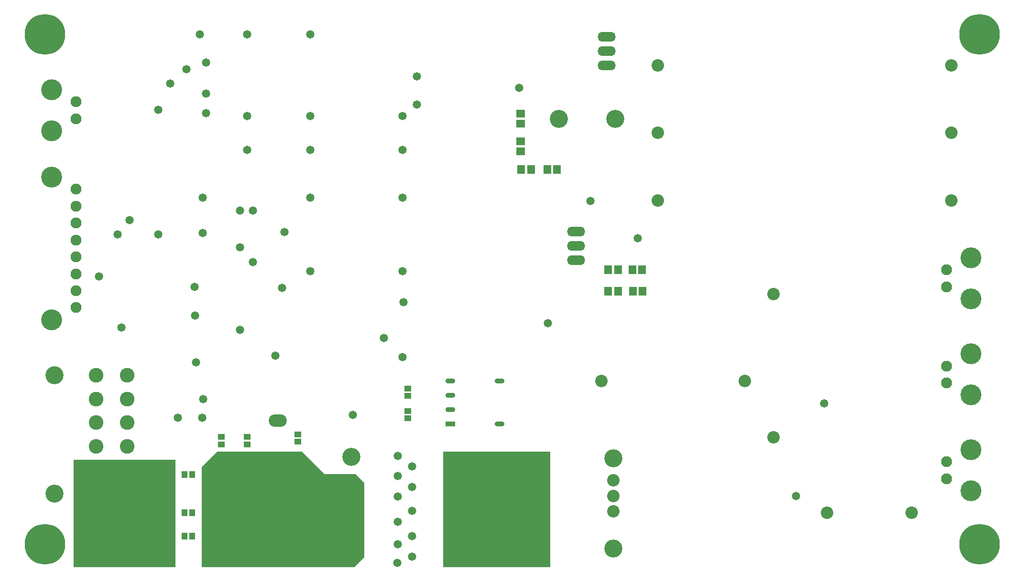
<source format=gbr>
%TF.GenerationSoftware,Altium Limited,Altium Designer,18.1.9 (240)*%
G04 Layer_Color=16711935*
%FSLAX26Y26*%
%MOIN*%
%TF.FileFunction,Soldermask,Bot*%
%TF.Part,Single*%
G01*
G75*
%TA.AperFunction,SMDPad,CuDef*%
%ADD50R,0.061150X0.053276*%
%ADD51R,0.053276X0.061150*%
%ADD52O,0.069024X0.033591*%
%ADD53R,0.069024X0.033591*%
%ADD54R,0.047370X0.043433*%
%ADD55R,0.043433X0.047370*%
%ADD56R,0.045402X0.041465*%
%TA.AperFunction,ComponentPad*%
%ADD57C,0.126110*%
%ADD58C,0.102488*%
%TA.AperFunction,ViaPad*%
%ADD59C,0.283591*%
%TA.AperFunction,ComponentPad*%
%ADD60C,0.076898*%
%ADD61C,0.145795*%
%ADD62C,0.086740*%
%ADD63O,0.126110X0.067055*%
%ADD64O,0.126110X0.086740*%
%TA.AperFunction,ViaPad*%
%ADD65C,0.058000*%
G36*
X866142Y787402D02*
X1107013D01*
Y39370D01*
X396360D01*
Y787402D01*
X866142Y787402D01*
D02*
G37*
G36*
X2066929Y767716D02*
X2145669Y688976D01*
X2362205Y688976D01*
X2421260Y629921D01*
Y108267D01*
X2352363Y39370D01*
X1289496Y39370D01*
X1289496Y738315D01*
X1397638Y846457D01*
X1988189D01*
X2066929Y767716D01*
D02*
G37*
G36*
X3718110Y39370D02*
X2972441D01*
X2972441Y845637D01*
X3718110D01*
X3718110Y39370D01*
D02*
G37*
D50*
X3512765Y3203740D02*
D03*
Y3134843D02*
D03*
Y3011811D02*
D03*
Y2942913D02*
D03*
D51*
X3515718Y2814961D02*
D03*
X3584615D02*
D03*
X4124016Y2115394D02*
D03*
X4192913D02*
D03*
X4190941Y1963584D02*
D03*
X4122043D02*
D03*
X4363185D02*
D03*
X4294288D02*
D03*
X4291338Y2114768D02*
D03*
X4360236D02*
D03*
X3697599Y2814962D02*
D03*
X3766496D02*
D03*
D52*
X3366142Y1338583D02*
D03*
Y1038583D02*
D03*
X3023622Y1338583D02*
D03*
Y1238583D02*
D03*
Y1138583D02*
D03*
D53*
Y1038583D02*
D03*
D54*
X1958504Y913385D02*
D03*
Y966535D02*
D03*
X1606299Y894684D02*
D03*
Y947834D02*
D03*
X1425197Y894684D02*
D03*
Y947834D02*
D03*
D55*
X1223546Y253618D02*
D03*
X1170397D02*
D03*
X1170394Y683829D02*
D03*
X1223543D02*
D03*
Y417763D02*
D03*
X1170394D02*
D03*
D56*
X2725333Y1234252D02*
D03*
Y1285433D02*
D03*
X2725333Y1076772D02*
D03*
Y1127953D02*
D03*
D57*
X263779Y551181D02*
D03*
Y1377953D02*
D03*
X2332677Y807087D02*
D03*
Y590551D02*
D03*
Y374016D02*
D03*
Y157480D02*
D03*
X4158661Y797244D02*
D03*
Y167323D02*
D03*
X3779528Y3169291D02*
D03*
X4173228D02*
D03*
D58*
X767716Y1047244D02*
D03*
Y881890D02*
D03*
Y716535D02*
D03*
Y551181D02*
D03*
Y1212598D02*
D03*
X551181D02*
D03*
Y1047244D02*
D03*
Y881890D02*
D03*
Y716535D02*
D03*
Y551181D02*
D03*
Y1377953D02*
D03*
X767716D02*
D03*
D59*
X194390Y3759843D02*
D03*
Y196850D02*
D03*
X6712598Y3759843D02*
D03*
Y196850D02*
D03*
D60*
X413386Y1850394D02*
D03*
Y1968504D02*
D03*
Y2086614D02*
D03*
Y2204724D02*
D03*
Y2322835D02*
D03*
Y2440945D02*
D03*
Y2559055D02*
D03*
Y2677165D02*
D03*
Y3169291D02*
D03*
Y3287402D02*
D03*
X6483465Y2114768D02*
D03*
Y1996658D02*
D03*
Y1442913D02*
D03*
Y1324803D02*
D03*
Y773622D02*
D03*
Y655512D02*
D03*
D61*
X243307Y2761811D02*
D03*
Y1765748D02*
D03*
Y3372047D02*
D03*
Y3084646D02*
D03*
X6653543Y1912012D02*
D03*
Y2199413D02*
D03*
Y1240158D02*
D03*
Y1527559D02*
D03*
Y570866D02*
D03*
Y858268D02*
D03*
D62*
X5275591Y944882D02*
D03*
Y1944882D02*
D03*
X4074803Y1338583D02*
D03*
X5074803D02*
D03*
X5649606Y419291D02*
D03*
X6240158D02*
D03*
X4468504Y3543307D02*
D03*
X6515748D02*
D03*
Y3070866D02*
D03*
X4468504D02*
D03*
Y2598425D02*
D03*
X6515748D02*
D03*
X4158661Y644882D02*
D03*
Y536614D02*
D03*
Y427953D02*
D03*
D63*
X3897638Y2380394D02*
D03*
Y2280394D02*
D03*
Y2180394D02*
D03*
X4114173Y3541732D02*
D03*
Y3641732D02*
D03*
Y3741732D02*
D03*
D64*
X1820709Y1062992D02*
D03*
Y767716D02*
D03*
D65*
X3503937Y3386220D02*
D03*
X5431102Y536614D02*
D03*
X5629921Y1181102D02*
D03*
X4000391Y2595925D02*
D03*
X4330709Y2334291D02*
D03*
X1243701Y1796575D02*
D03*
X1555118Y2527303D02*
D03*
Y2270315D02*
D03*
X1645669Y2169291D02*
D03*
Y2527303D02*
D03*
X1274331Y3757874D02*
D03*
X1181102Y3515256D02*
D03*
X3702364Y1742894D02*
D03*
X728346Y1712598D02*
D03*
X1239173Y1994862D02*
D03*
X1250118Y1467165D02*
D03*
X787400Y2460625D02*
D03*
X3641732Y112391D02*
D03*
Y255323D02*
D03*
Y432488D02*
D03*
Y598570D02*
D03*
Y739485D02*
D03*
X3523622Y740068D02*
D03*
Y599153D02*
D03*
Y433071D02*
D03*
Y255905D02*
D03*
Y112974D02*
D03*
X3405512Y739485D02*
D03*
Y598570D02*
D03*
Y432488D02*
D03*
Y255323D02*
D03*
Y112391D02*
D03*
X3287402Y740068D02*
D03*
Y599153D02*
D03*
Y433071D02*
D03*
Y255905D02*
D03*
Y112974D02*
D03*
X3139764Y112391D02*
D03*
Y255323D02*
D03*
Y432488D02*
D03*
Y598570D02*
D03*
Y739485D02*
D03*
X3031496Y112974D02*
D03*
Y255905D02*
D03*
Y433071D02*
D03*
Y599153D02*
D03*
Y740068D02*
D03*
X702559Y2362205D02*
D03*
X984252Y3232284D02*
D03*
X1659724Y450469D02*
D03*
X1812205D02*
D03*
X1379134Y716535D02*
D03*
X1511659D02*
D03*
X1379134Y361516D02*
D03*
X1511659D02*
D03*
X2066929Y79685D02*
D03*
X2214488D02*
D03*
X2066929Y266118D02*
D03*
X2214488D02*
D03*
X2066929Y452756D02*
D03*
X2214488D02*
D03*
X1958504Y532856D02*
D03*
X1959493Y450469D02*
D03*
X1811777Y361516D02*
D03*
X1959414D02*
D03*
X1659296D02*
D03*
X1659567Y177165D02*
D03*
X1959685D02*
D03*
X1812047D02*
D03*
Y79685D02*
D03*
X1959685D02*
D03*
X1659567D02*
D03*
X1511659Y266118D02*
D03*
X1659296D02*
D03*
X1379134D02*
D03*
X1812205D02*
D03*
X1959764D02*
D03*
X1379055Y79685D02*
D03*
X1511580D02*
D03*
Y177165D02*
D03*
X1379055D02*
D03*
X1606299Y2952756D02*
D03*
X2690256Y2618110D02*
D03*
X2047244D02*
D03*
X1606299Y3188976D02*
D03*
X2047244Y3759843D02*
D03*
X1606299D02*
D03*
X2047244Y3188976D02*
D03*
X1299213Y1212598D02*
D03*
X1068116Y3416093D02*
D03*
X1317638Y3208661D02*
D03*
X1866007Y2378780D02*
D03*
X2559055Y1639764D02*
D03*
X1850394Y1988189D02*
D03*
X570866Y2066928D02*
D03*
X2789370Y3463779D02*
D03*
Y3267716D02*
D03*
X1319134Y3562756D02*
D03*
Y3344646D02*
D03*
X452677Y177165D02*
D03*
X585202D02*
D03*
Y79685D02*
D03*
X452677D02*
D03*
X585281Y374016D02*
D03*
X732918D02*
D03*
X885827D02*
D03*
X905512Y719617D02*
D03*
X1033386Y374016D02*
D03*
Y266118D02*
D03*
X885827D02*
D03*
X452756D02*
D03*
X732918D02*
D03*
X585281D02*
D03*
X733189Y79685D02*
D03*
X1033307D02*
D03*
X885669D02*
D03*
Y177165D02*
D03*
X1033307D02*
D03*
X733189D02*
D03*
X452756Y374016D02*
D03*
X1031496Y717920D02*
D03*
X2690256Y2952756D02*
D03*
X1296193Y2371002D02*
D03*
X1296965Y2618110D02*
D03*
X2047244Y2106299D02*
D03*
Y2952756D02*
D03*
X2690256Y3188976D02*
D03*
X1294147Y1080709D02*
D03*
X2342520Y1102362D02*
D03*
X1122239Y1080709D02*
D03*
X2690186Y1503937D02*
D03*
X2690256Y2106299D02*
D03*
X2695805Y1889764D02*
D03*
X1555118Y1694882D02*
D03*
X1801024Y1514921D02*
D03*
X2755905Y740068D02*
D03*
Y599153D02*
D03*
Y433071D02*
D03*
Y255905D02*
D03*
Y112974D02*
D03*
X2651575Y67277D02*
D03*
X2657480Y197223D02*
D03*
Y354331D02*
D03*
Y531496D02*
D03*
Y675591D02*
D03*
Y815688D02*
D03*
X984252Y2362205D02*
D03*
%TF.MD5,d8c11edb6a212cebf1c13263072c61e3*%
M02*

</source>
